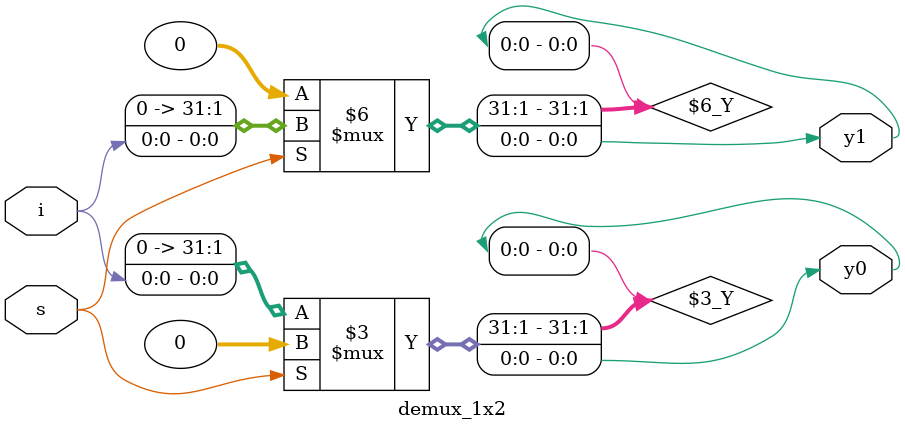
<source format=v>
module demux_1x2 (
    input wire i,         // in signal i
    input wire s,         // in select line s
    
    output wire y0,       // out y0
    output wire y1        // out y1
);
    assign y0 = (s == 0) ? i : 0;
    assign y1 = (s == 1) ? i : 0;
endmodule

// Testbench
/*
module demux_1x2_tb;
    reg i, s;
    wire y0, y1;

    demux_1x2 uut (
        .i(i),
        .s(s),
        .y0(y0),
        .y1(y1)
    );

    initial begin
        $monitor("At time %t, i = %b, s = %b, y0 = %b, y1 = %b", $time, i, s, y0, y1);

        i = 1; s = 0; #10;
        i = 1; s = 1; #10;
        i = 0; s = 0; #10;
        i = 0; s = 1; #10;

        $finish;
    end
endmodule
*/
</source>
